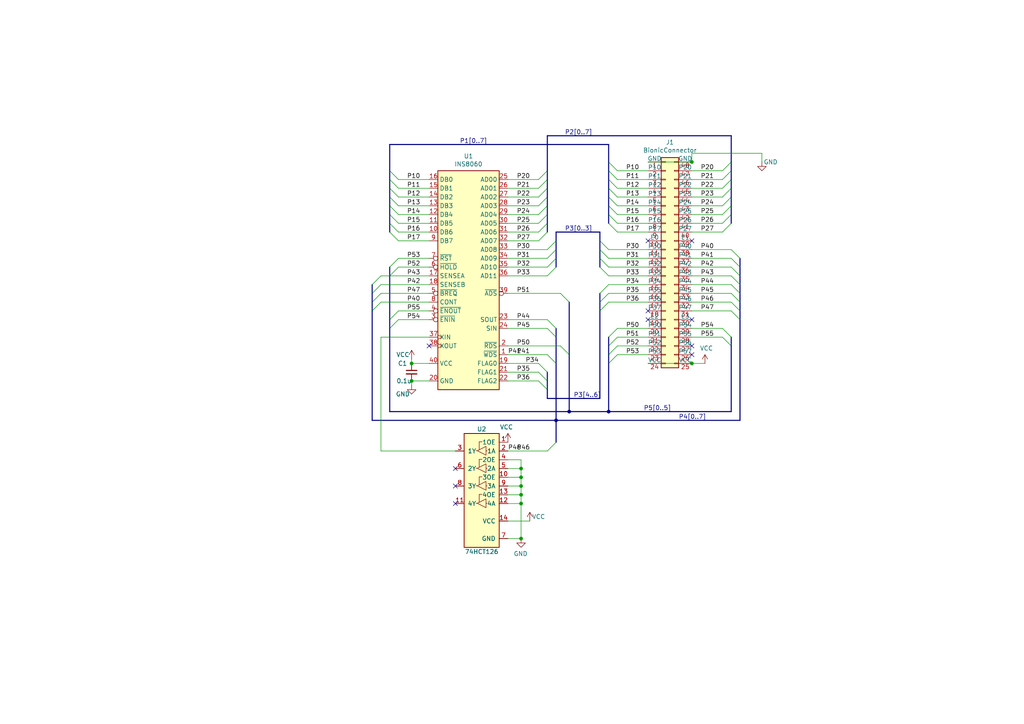
<source format=kicad_sch>
(kicad_sch (version 20211123) (generator eeschema)
  (paper "A4")
  (title_block (title "BionicINS8060 Mezzanine") (date "2022-01-18") (rev "3") (company "Tadashi G. Takaoka"))
  (lib_symbols
    (symbol "0-LocalLibrary:74HCT126" (pin_names (offset 1.016))
      (property "Reference" "U" (at 0 16.51 0))
      (property "Value" "74HCT126" (at 0 -19.05 0))
      (symbol "74HCT126_0_1"
        (polyline (pts (xy -1.2954 10.2108) (xy -1.6002 10.2108)))
        (polyline (pts (xy 1.2954 10.2362) (xy 1.651 10.2362)))
        (polyline (pts (xy 0.7112 10.5664) (xy 0.7112 12.827) (xy -0.127 12.827) (xy -0.1016 12.827)))
      )
      (symbol "74HCT126_1_0"
        (polyline (pts (xy 1.27 10.2362) (xy -1.27 11.5062) (xy -1.27 8.9662) (xy 1.27 10.2362)) (stroke (width 0.1524)))
        (pin input line (at -7.62 12.7 0) (length 2.54) (name "1OE") (number "1"))
        (pin input line (at -7.62 2.54 0) (length 2.54) (name "3OE") (number "10"))
        (pin tri_state line (at 7.62 -5.08 180) (length 2.54) (name "4Y") (number "11"))
        (pin input line (at -7.62 -5.08 0) (length 2.54) (name "4A") (number "12"))
        (pin input line (at -7.62 -2.54 0) (length 2.54) (name "4OE") (number "13"))
        (pin power_in line (at -7.62 -10.16 0) (length 2.54) (name "VCC") (number "14"))
        (pin input line (at -7.62 10.16 0) (length 2.54) (name "1A") (number "2"))
        (pin tri_state line (at 7.62 10.16 180) (length 2.54) (name "1Y") (number "3"))
        (pin input line (at -7.62 7.62 0) (length 2.54) (name "2OE") (number "4"))
        (pin input line (at -7.62 5.08 0) (length 2.54) (name "2A") (number "5"))
        (pin tri_state line (at 7.62 5.08 180) (length 2.54) (name "2Y") (number "6"))
        (pin power_in line (at -7.62 -15.24 0) (length 2.54) (name "GND") (number "7"))
        (pin tri_state line (at 7.62 0 180) (length 2.54) (name "3Y") (number "8"))
        (pin input line (at -7.62 0 0) (length 2.54) (name "3A") (number "9"))
      )
      (symbol "74HCT126_1_1"
        (rectangle (start -5.08 15.24) (end 5.08 -17.78) (stroke (width 0.254)) (fill (type background)))
        (polyline (pts (xy -1.2954 -5.0292) (xy -1.6002 -5.0292)))
        (polyline (pts (xy -1.2954 0.0508) (xy -1.6002 0.0508)))
        (polyline (pts (xy -1.2954 5.1308) (xy -1.6002 5.1308)))
        (polyline (pts (xy 1.2954 -5.0038) (xy 1.651 -5.0038)))
        (polyline (pts (xy 1.2954 0.0762) (xy 1.651 0.0762)))
        (polyline (pts (xy 1.2954 5.1562) (xy 1.651 5.1562)))
        (polyline (pts (xy 0.7112 -4.6736) (xy 0.7112 -2.413) (xy -0.127 -2.413) (xy -0.1016 -2.413)))
        (polyline (pts (xy 0.7112 0.4064) (xy 0.7112 2.667) (xy -0.127 2.667) (xy -0.1016 2.667)))
        (polyline (pts (xy 0.7112 5.4864) (xy 0.7112 7.747) (xy -0.127 7.747) (xy -0.1016 7.747)))
        (polyline (pts (xy 1.27 -5.0038) (xy -1.27 -3.7338) (xy -1.27 -6.2738) (xy 1.27 -5.0038)) (stroke (width 0.1524)))
        (polyline (pts (xy 1.27 0.0762) (xy -1.27 1.3462) (xy -1.27 -1.1938) (xy 1.27 0.0762)) (stroke (width 0.1524)))
        (polyline (pts (xy 1.27 5.1562) (xy -1.27 6.4262) (xy -1.27 3.8862) (xy 1.27 5.1562)) (stroke (width 0.1524)))
      )
    )
    (symbol "0-LocalLibrary:BionicConnector" (pin_names (offset 0))
      (property "Reference" "J" (at 1.27 30.48 0))
      (property "Value" "BionicConnector" (at 3.81 33.02 0))
      (symbol "BionicConnector_1_1"
        (rectangle (start -1.27 -30.353) (end 0 -30.607) (stroke (width 0.1524)))
        (rectangle (start -1.27 -27.813) (end 0 -28.067) (stroke (width 0.1524)))
        (rectangle (start -1.27 -25.273) (end 0 -25.527) (stroke (width 0.1524)))
        (rectangle (start -1.27 -22.733) (end 0 -22.987) (stroke (width 0.1524)))
        (rectangle (start -1.27 -20.193) (end 0 -20.447) (stroke (width 0.1524)))
        (rectangle (start -1.27 -17.653) (end 0 -17.907) (stroke (width 0.1524)))
        (rectangle (start -1.27 -15.113) (end 0 -15.367) (stroke (width 0.1524)))
        (rectangle (start -1.27 -12.573) (end 0 -12.827) (stroke (width 0.1524)))
        (rectangle (start -1.27 -10.033) (end 0 -10.287) (stroke (width 0.1524)))
        (rectangle (start -1.27 -7.493) (end 0 -7.747) (stroke (width 0.1524)))
        (rectangle (start -1.27 -4.953) (end 0 -5.207) (stroke (width 0.1524)))
        (rectangle (start -1.27 -2.413) (end 0 -2.667) (stroke (width 0.1524)))
        (rectangle (start -1.27 0.127) (end 0 -0.127) (stroke (width 0.1524)))
        (rectangle (start -1.27 2.667) (end 0 2.413) (stroke (width 0.1524)))
        (rectangle (start -1.27 5.207) (end 0 4.953) (stroke (width 0.1524)))
        (rectangle (start -1.27 7.747) (end 0 7.493) (stroke (width 0.1524)))
        (rectangle (start -1.27 10.287) (end 0 10.033) (stroke (width 0.1524)))
        (rectangle (start -1.27 12.827) (end 0 12.573) (stroke (width 0.1524)))
        (rectangle (start -1.27 15.367) (end 0 15.113) (stroke (width 0.1524)))
        (rectangle (start -1.27 17.907) (end 0 17.653) (stroke (width 0.1524)))
        (rectangle (start -1.27 20.447) (end 0 20.193) (stroke (width 0.1524)))
        (rectangle (start -1.27 22.987) (end 0 22.733) (stroke (width 0.1524)))
        (rectangle (start -1.27 25.527) (end 0 25.273) (stroke (width 0.1524)))
        (rectangle (start -1.27 28.067) (end 0 27.813) (stroke (width 0.1524)))
        (rectangle (start -1.27 29.21) (end 3.81 -31.75) (stroke (width 0.254)) (fill (type background)))
        (rectangle (start 3.81 -30.353) (end 2.54 -30.607) (stroke (width 0.1524)))
        (rectangle (start 3.81 -27.813) (end 2.54 -28.067) (stroke (width 0.1524)))
        (rectangle (start 3.81 -25.273) (end 2.54 -25.527) (stroke (width 0.1524)))
        (rectangle (start 3.81 -22.733) (end 2.54 -22.987) (stroke (width 0.1524)))
        (rectangle (start 3.81 -20.193) (end 2.54 -20.447) (stroke (width 0.1524)))
        (rectangle (start 3.81 -17.653) (end 2.54 -17.907) (stroke (width 0.1524)))
        (rectangle (start 3.81 -15.113) (end 2.54 -15.367) (stroke (width 0.1524)))
        (rectangle (start 3.81 -12.573) (end 2.54 -12.827) (stroke (width 0.1524)))
        (rectangle (start 3.81 -10.033) (end 2.54 -10.287) (stroke (width 0.1524)))
        (rectangle (start 3.81 -7.493) (end 2.54 -7.747) (stroke (width 0.1524)))
        (rectangle (start 3.81 -4.953) (end 2.54 -5.207) (stroke (width 0.1524)))
        (rectangle (start 3.81 -2.413) (end 2.54 -2.667) (stroke (width 0.1524)))
        (rectangle (start 3.81 0.127) (end 2.54 -0.127) (stroke (width 0.1524)))
        (rectangle (start 3.81 2.667) (end 2.54 2.413) (stroke (width 0.1524)))
        (rectangle (start 3.81 5.207) (end 2.54 4.953) (stroke (width 0.1524)))
        (rectangle (start 3.81 7.747) (end 2.54 7.493) (stroke (width 0.1524)))
        (rectangle (start 3.81 10.287) (end 2.54 10.033) (stroke (width 0.1524)))
        (rectangle (start 3.81 12.827) (end 2.54 12.573) (stroke (width 0.1524)))
        (rectangle (start 3.81 15.367) (end 2.54 15.113) (stroke (width 0.1524)))
        (rectangle (start 3.81 17.907) (end 2.54 17.653) (stroke (width 0.1524)))
        (rectangle (start 3.81 20.447) (end 2.54 20.193) (stroke (width 0.1524)))
        (rectangle (start 3.81 22.987) (end 2.54 22.733) (stroke (width 0.1524)))
        (rectangle (start 3.81 25.527) (end 2.54 25.273) (stroke (width 0.1524)))
        (rectangle (start 3.81 28.067) (end 2.54 27.813) (stroke (width 0.1524)))
        (pin power_out line (at -5.08 27.94 0) (length 3.81) (name "GND") (number "1"))
        (pin bidirectional line (at -5.08 5.08 0) (length 3.81) (name "E0") (number "10"))
        (pin bidirectional line (at -5.08 2.54 0) (length 3.81) (name "P30") (number "11"))
        (pin bidirectional line (at -5.08 0 0) (length 3.81) (name "P31") (number "12"))
        (pin bidirectional line (at -5.08 -2.54 0) (length 3.81) (name "P32") (number "13"))
        (pin bidirectional line (at -5.08 -5.08 0) (length 3.81) (name "P33") (number "14"))
        (pin bidirectional line (at -5.08 -7.62 0) (length 3.81) (name "P34") (number "15"))
        (pin bidirectional line (at -5.08 -10.16 0) (length 3.81) (name "P35") (number "16"))
        (pin bidirectional line (at -5.08 -12.7 0) (length 3.81) (name "P36") (number "17"))
        (pin bidirectional line (at -5.08 -15.24 0) (length 3.81) (name "P37") (number "18"))
        (pin bidirectional line (at -5.08 -17.78 0) (length 3.81) (name "E2") (number "19"))
        (pin bidirectional line (at -5.08 25.4 0) (length 3.81) (name "P10") (number "2"))
        (pin bidirectional line (at -5.08 -20.32 0) (length 3.81) (name "P50") (number "20"))
        (pin bidirectional line (at -5.08 -22.86 0) (length 3.81) (name "P51") (number "21"))
        (pin bidirectional line (at -5.08 -25.4 0) (length 3.81) (name "P52") (number "22"))
        (pin bidirectional line (at -5.08 -27.94 0) (length 3.81) (name "P53") (number "23"))
        (pin power_out line (at -5.08 -30.48 0) (length 3.81) (name "VCC") (number "24"))
        (pin power_in line (at 7.62 -30.48 180) (length 3.81) (name "VCC") (number "25"))
        (pin bidirectional line (at 7.62 -27.94 180) (length 3.81) (name "P57") (number "26"))
        (pin bidirectional line (at 7.62 -25.4 180) (length 3.81) (name "P56") (number "27"))
        (pin bidirectional line (at 7.62 -22.86 180) (length 3.81) (name "P55") (number "28"))
        (pin bidirectional line (at 7.62 -20.32 180) (length 3.81) (name "P54") (number "29"))
        (pin bidirectional line (at -5.08 22.86 0) (length 3.81) (name "P11") (number "3"))
        (pin bidirectional line (at 7.62 -17.78 180) (length 3.81) (name "E3") (number "30"))
        (pin bidirectional line (at 7.62 -15.24 180) (length 3.81) (name "P47") (number "31"))
        (pin bidirectional line (at 7.62 -12.7 180) (length 3.81) (name "P46") (number "32"))
        (pin bidirectional line (at 7.62 -10.16 180) (length 3.81) (name "P45") (number "33"))
        (pin bidirectional line (at 7.62 -7.62 180) (length 3.81) (name "P44") (number "34"))
        (pin bidirectional line (at 7.62 -5.08 180) (length 3.81) (name "P43") (number "35"))
        (pin bidirectional line (at 7.62 -2.54 180) (length 3.81) (name "P42") (number "36"))
        (pin bidirectional line (at 7.62 0 180) (length 3.81) (name "P41") (number "37"))
        (pin bidirectional line (at 7.62 2.54 180) (length 3.81) (name "P40") (number "38"))
        (pin bidirectional line (at 7.62 5.08 180) (length 3.81) (name "E1") (number "39"))
        (pin bidirectional line (at -5.08 20.32 0) (length 3.81) (name "P12") (number "4"))
        (pin bidirectional line (at 7.62 7.62 180) (length 3.81) (name "P27") (number "40"))
        (pin bidirectional line (at 7.62 10.16 180) (length 3.81) (name "P26") (number "41"))
        (pin bidirectional line (at 7.62 12.7 180) (length 3.81) (name "P25") (number "42"))
        (pin bidirectional line (at 7.62 15.24 180) (length 3.81) (name "P24") (number "43"))
        (pin bidirectional line (at 7.62 17.78 180) (length 3.81) (name "P23") (number "44"))
        (pin bidirectional line (at 7.62 20.32 180) (length 3.81) (name "P22") (number "45"))
        (pin bidirectional line (at 7.62 22.86 180) (length 3.81) (name "P21") (number "46"))
        (pin bidirectional line (at 7.62 25.4 180) (length 3.81) (name "P20") (number "47"))
        (pin power_in line (at 7.62 27.94 180) (length 3.81) (name "GND") (number "48"))
        (pin bidirectional line (at -5.08 17.78 0) (length 3.81) (name "P13") (number "5"))
        (pin bidirectional line (at -5.08 15.24 0) (length 3.81) (name "P14") (number "6"))
        (pin bidirectional line (at -5.08 12.7 0) (length 3.81) (name "P15") (number "7"))
        (pin bidirectional line (at -5.08 10.16 0) (length 3.81) (name "P16") (number "8"))
        (pin bidirectional line (at -5.08 7.62 0) (length 3.81) (name "P17") (number "9"))
      )
    )
    (symbol "0-LocalLibrary:INS8060"
      (property "Reference" "U" (at -1.27 31.75 0))
      (property "Value" "INS8060" (at 0 -3.81 90))
      (symbol "INS8060_0_1"
        (rectangle (start -8.89 -33.02) (end 8.89 30.48) (stroke (width 0.254)) (fill (type background)))
      )
      (symbol "INS8060_1_1"
        (pin output line (at 11.43 -22.86 180) (length 2.54) (name "~{WDS}") (number "1"))
        (pin bidirectional line (at -11.43 12.7 0) (length 2.54) (name "DB6") (number "10"))
        (pin bidirectional line (at -11.43 15.24 0) (length 2.54) (name "DB5") (number "11"))
        (pin bidirectional line (at -11.43 17.78 0) (length 2.54) (name "DB4") (number "12"))
        (pin bidirectional line (at -11.43 20.32 0) (length 2.54) (name "DB3") (number "13"))
        (pin bidirectional line (at -11.43 22.86 0) (length 2.54) (name "DB2") (number "14"))
        (pin bidirectional line (at -11.43 25.4 0) (length 2.54) (name "DB1") (number "15"))
        (pin bidirectional line (at -11.43 27.94 0) (length 2.54) (name "DB0") (number "16"))
        (pin input line (at -11.43 0 0) (length 2.54) (name "SENSEA") (number "17"))
        (pin input line (at -11.43 -2.54 0) (length 2.54) (name "SENSEB") (number "18"))
        (pin output line (at 11.43 -25.4 180) (length 2.54) (name "FLAG0") (number "19"))
        (pin output line (at 11.43 -20.32 180) (length 2.54) (name "~{RDS}") (number "2"))
        (pin power_in line (at -11.43 -30.48 0) (length 2.54) (name "GND") (number "20"))
        (pin output line (at 11.43 -27.94 180) (length 2.54) (name "FLAG1") (number "21"))
        (pin output line (at 11.43 -30.48 180) (length 2.54) (name "FLAG2") (number "22"))
        (pin output line (at 11.43 -12.7 180) (length 2.54) (name "SOUT") (number "23"))
        (pin input line (at 11.43 -15.24 180) (length 2.54) (name "SIN") (number "24"))
        (pin output line (at 11.43 27.94 180) (length 2.54) (name "AD00") (number "25"))
        (pin output line (at 11.43 25.4 180) (length 2.54) (name "AD01") (number "26"))
        (pin output line (at 11.43 22.86 180) (length 2.54) (name "AD02") (number "27"))
        (pin output line (at 11.43 20.32 180) (length 2.54) (name "AD03") (number "28"))
        (pin output line (at 11.43 17.78 180) (length 2.54) (name "AD04") (number "29"))
        (pin input inverted (at -11.43 -12.7 0) (length 2.54) (name "~{ENIN}") (number "3"))
        (pin output line (at 11.43 15.24 180) (length 2.54) (name "AD05") (number "30"))
        (pin output line (at 11.43 12.7 180) (length 2.54) (name "AD06") (number "31"))
        (pin output line (at 11.43 10.16 180) (length 2.54) (name "AD07") (number "32"))
        (pin output line (at 11.43 7.62 180) (length 2.54) (name "AD08") (number "33"))
        (pin output line (at 11.43 5.08 180) (length 2.54) (name "AD09") (number "34"))
        (pin output line (at 11.43 2.54 180) (length 2.54) (name "AD10") (number "35"))
        (pin output line (at 11.43 0 180) (length 2.54) (name "AD11") (number "36"))
        (pin input clock (at -11.43 -17.78 0) (length 2.54) (name "XIN") (number "37"))
        (pin output clock (at -11.43 -20.32 0) (length 2.54) (name "XOUT") (number "38"))
        (pin output inverted (at 11.43 -5.08 180) (length 2.54) (name "~{ADS}") (number "39"))
        (pin output inverted (at -11.43 -10.16 0) (length 2.54) (name "~{ENOUT}") (number "4"))
        (pin power_in line (at -11.43 -25.4 0) (length 2.54) (name "VCC") (number "40"))
        (pin input inverted (at -11.43 -5.08 0) (length 2.54) (name "~{BREQ}") (number "5"))
        (pin input inverted (at -11.43 2.54 0) (length 2.54) (name "~{HOLD}") (number "6"))
        (pin input inverted (at -11.43 5.08 0) (length 2.54) (name "~{RST}") (number "7"))
        (pin input line (at -11.43 -7.62 0) (length 2.54) (name "CONT") (number "8"))
        (pin bidirectional line (at -11.43 10.16 0) (length 2.54) (name "DB7") (number "9"))
      )
    )
    (symbol "Device:C_Small" (pin_numbers hide) (pin_names (offset 0.254) hide)
      (property "Reference" "C" (at 0.254 1.778 0))
      (property "Value" "C_Small" (at 0.254 -2.032 0))
      (symbol "C_Small_0_1"
        (polyline (pts (xy -1.524 -0.508) (xy 1.524 -0.508)) (stroke (width 0.3302)))
        (polyline (pts (xy -1.524 0.508) (xy 1.524 0.508)) (stroke (width 0.3048)))
      )
      (symbol "C_Small_1_1"
        (pin passive line (at 0 2.54 270) (length 2.032) (name "~") (number "1"))
        (pin passive line (at 0 -2.54 90) (length 2.032) (name "~") (number "2"))
      )
    )
    (symbol "power:GND" (power) (pin_names (offset 0))
      (property "Value" "GND" (at 0 -3.81 0))
      (symbol "GND_0_1"
        (polyline (pts (xy 0 0) (xy 0 -1.27) (xy 1.27 -1.27) (xy 0 -2.54) (xy -1.27 -1.27) (xy 0 -1.27)))
      )
      (symbol "GND_1_1"
        (pin power_in line (at 0 0 270) (length 0) hide (name "GND") (number "1"))
      )
    )
    (symbol "power:VCC" (power) (pin_names (offset 0))
      (property "Value" "VCC" (at 0 3.81 0))
      (symbol "VCC_0_1"
        (polyline (pts (xy -0.762 1.27) (xy 0 2.54)))
        (polyline (pts (xy 0 0) (xy 0 2.54)))
        (polyline (pts (xy 0 2.54) (xy 0.762 1.27)))
      )
      (symbol "VCC_1_1"
        (pin power_in line (at 0 0 90) (length 0) hide (name "VCC") (number "1"))
      )
    )
  )
  (junction (at 176.53 119.38))
  (junction (at 119.38 110.49))
  (junction (at 151.13 156.21))
  (junction (at 151.13 135.89))
  (junction (at 119.38 105.41))
  (junction (at 151.13 146.05))
  (junction (at 151.13 138.43))
  (junction (at 200.66 105.41))
  (junction (at 151.13 140.97))
  (junction (at 161.29 121.92))
  (junction (at 151.13 143.51))
  (junction (at 200.66 46.99))
  (junction (at 165.1 119.38))
  (no_connect (at 200.66 92.71))
  (no_connect (at 132.08 146.05))
  (no_connect (at 124.46 100.33))
  (no_connect (at 187.96 69.85))
  (no_connect (at 187.96 90.17))
  (no_connect (at 200.66 69.85))
  (no_connect (at 132.08 140.97))
  (no_connect (at 187.96 92.71))
  (no_connect (at 132.08 135.89))
  (no_connect (at 200.66 102.87))
  (no_connect (at 200.66 100.33))
  (bus_entry (at 176.53 100.33) (size 2.54 -2.54))
  (bus_entry (at 179.07 52.07) (size -2.54 -2.54))
  (bus_entry (at 209.55 97.79) (size 2.54 2.54))
  (bus_entry (at 212.09 49.53) (size -2.54 2.54))
  (bus_entry (at 212.09 54.61) (size -2.54 2.54))
  (bus_entry (at 113.03 80.01) (size 2.54 -2.54))
  (bus_entry (at 173.99 69.85) (size 2.54 2.54))
  (bus_entry (at 113.03 59.69) (size 2.54 2.54))
  (bus_entry (at 158.75 62.23) (size -2.54 2.54))
  (bus_entry (at 107.95 85.09) (size 2.54 -2.54))
  (bus_entry (at 179.07 49.53) (size -2.54 -2.54))
  (bus_entry (at 158.75 64.77) (size -2.54 2.54))
  (bus_entry (at 179.07 64.77) (size -2.54 -2.54))
  (bus_entry (at 113.03 62.23) (size 2.54 2.54))
  (bus_entry (at 158.75 49.53) (size -2.54 2.54))
  (bus_entry (at 156.21 105.41) (size 2.54 2.54))
  (bus_entry (at 179.07 54.61) (size -2.54 -2.54))
  (bus_entry (at 212.09 72.39) (size 2.54 2.54))
  (bus_entry (at 173.99 90.17) (size 2.54 -2.54))
  (bus_entry (at 113.03 67.31) (size 2.54 2.54))
  (bus_entry (at 113.03 77.47) (size 2.54 -2.54))
  (bus_entry (at 158.75 52.07) (size -2.54 2.54))
  (bus_entry (at 173.99 77.47) (size 2.54 2.54))
  (bus_entry (at 165.1 102.87) (size -2.54 -2.54))
  (bus_entry (at 212.09 80.01) (size 2.54 2.54))
  (bus_entry (at 173.99 72.39) (size 2.54 2.54))
  (bus_entry (at 173.99 85.09) (size 2.54 -2.54))
  (bus_entry (at 161.29 95.25) (size -2.54 -2.54))
  (bus_entry (at 212.09 82.55) (size 2.54 2.54))
  (bus_entry (at 158.75 57.15) (size -2.54 2.54))
  (bus_entry (at 165.1 87.63) (size -2.54 -2.54))
  (bus_entry (at 161.29 128.27) (size -2.54 2.54))
  (bus_entry (at 161.29 105.41) (size -2.54 -2.54))
  (bus_entry (at 176.53 97.79) (size 2.54 -2.54))
  (bus_entry (at 209.55 95.25) (size 2.54 2.54))
  (bus_entry (at 212.09 52.07) (size -2.54 2.54))
  (bus_entry (at 212.09 59.69) (size -2.54 2.54))
  (bus_entry (at 107.95 82.55) (size 2.54 -2.54))
  (bus_entry (at 113.03 95.25) (size 2.54 -2.54))
  (bus_entry (at 179.07 102.87) (size -2.54 2.54))
  (bus_entry (at 113.03 57.15) (size 2.54 2.54))
  (bus_entry (at 156.21 107.95) (size 2.54 2.54))
  (bus_entry (at 212.09 64.77) (size -2.54 2.54))
  (bus_entry (at 107.95 90.17) (size 2.54 -2.54))
  (bus_entry (at 156.21 110.49) (size 2.54 2.54))
  (bus_entry (at 161.29 69.85) (size -2.54 2.54))
  (bus_entry (at 158.75 54.61) (size -2.54 2.54))
  (bus_entry (at 179.07 57.15) (size -2.54 -2.54))
  (bus_entry (at 179.07 62.23) (size -2.54 -2.54))
  (bus_entry (at 212.09 62.23) (size -2.54 2.54))
  (bus_entry (at 113.03 52.07) (size 2.54 2.54))
  (bus_entry (at 113.03 64.77) (size 2.54 2.54))
  (bus_entry (at 113.03 49.53) (size 2.54 2.54))
  (bus_entry (at 212.09 57.15) (size -2.54 2.54))
  (bus_entry (at 158.75 67.31) (size -2.54 2.54))
  (bus_entry (at 212.09 85.09) (size 2.54 2.54))
  (bus_entry (at 173.99 87.63) (size 2.54 -2.54))
  (bus_entry (at 179.07 67.31) (size -2.54 -2.54))
  (bus_entry (at 212.09 87.63) (size 2.54 2.54))
  (bus_entry (at 161.29 72.39) (size -2.54 2.54))
  (bus_entry (at 158.75 59.69) (size -2.54 2.54))
  (bus_entry (at 179.07 59.69) (size -2.54 -2.54))
  (bus_entry (at 161.29 77.47) (size -2.54 2.54))
  (bus_entry (at 113.03 92.71) (size 2.54 -2.54))
  (bus_entry (at 212.09 74.93) (size 2.54 2.54))
  (bus_entry (at 161.29 97.79) (size -2.54 -2.54))
  (bus_entry (at 212.09 46.99) (size -2.54 2.54))
  (bus_entry (at 107.95 87.63) (size 2.54 -2.54))
  (bus_entry (at 113.03 54.61) (size 2.54 2.54))
  (bus_entry (at 212.09 77.47) (size 2.54 2.54))
  (bus_entry (at 176.53 102.87) (size 2.54 -2.54))
  (bus_entry (at 173.99 74.93) (size 2.54 2.54))
  (bus_entry (at 161.29 74.93) (size -2.54 2.54))
  (bus_entry (at 212.09 90.17) (size 2.54 2.54))
  (bus (pts (xy 107.95 87.63) (xy 107.95 90.17)))
  (wire (pts (xy 151.13 143.51) (xy 147.32 143.51)))
  (bus (pts (xy 212.09 54.61) (xy 212.09 57.15)))
  (bus (pts (xy 113.03 119.38) (xy 165.1 119.38)))
  (wire (pts (xy 147.32 95.25) (xy 158.75 95.25)))
  (wire (pts (xy 147.32 64.77) (xy 156.21 64.77)))
  (wire (pts (xy 110.49 97.79) (xy 124.46 97.79)))
  (bus (pts (xy 161.29 69.85) (xy 161.29 67.31)))
  (bus (pts (xy 158.75 59.69) (xy 158.75 62.23)))
  (bus (pts (xy 214.63 74.93) (xy 214.63 77.47)))
  (bus (pts (xy 113.03 41.91) (xy 113.03 49.53)))
  (bus (pts (xy 214.63 85.09) (xy 214.63 87.63)))
  (wire (pts (xy 147.32 69.85) (xy 156.21 69.85)))
  (bus (pts (xy 214.63 121.92) (xy 161.29 121.92)))
  (wire (pts (xy 151.13 133.35) (xy 151.13 135.89)))
  (wire (pts (xy 147.32 135.89) (xy 151.13 135.89)))
  (bus (pts (xy 158.75 62.23) (xy 158.75 64.77)))
  (wire (pts (xy 200.66 52.07) (xy 209.55 52.07)))
  (bus (pts (xy 161.29 67.31) (xy 173.99 67.31)))
  (bus (pts (xy 173.99 69.85) (xy 173.99 72.39)))
  (wire (pts (xy 187.96 54.61) (xy 179.07 54.61)))
  (bus (pts (xy 158.75 52.07) (xy 158.75 54.61)))
  (wire (pts (xy 187.96 57.15) (xy 179.07 57.15)))
  (wire (pts (xy 115.57 69.85) (xy 124.46 69.85)))
  (wire (pts (xy 151.13 143.51) (xy 151.13 146.05)))
  (bus (pts (xy 173.99 72.39) (xy 173.99 74.93)))
  (wire (pts (xy 200.66 44.45) (xy 200.66 46.99)))
  (bus (pts (xy 113.03 59.69) (xy 113.03 62.23)))
  (wire (pts (xy 220.98 44.45) (xy 220.98 46.99)))
  (wire (pts (xy 187.96 46.99) (xy 200.66 46.99)))
  (wire (pts (xy 132.08 130.81) (xy 110.49 130.81)))
  (wire (pts (xy 147.32 52.07) (xy 156.21 52.07)))
  (wire (pts (xy 200.66 85.09) (xy 212.09 85.09)))
  (bus (pts (xy 158.75 54.61) (xy 158.75 57.15)))
  (wire (pts (xy 115.57 62.23) (xy 124.46 62.23)))
  (bus (pts (xy 176.53 49.53) (xy 176.53 52.07)))
  (wire (pts (xy 151.13 156.21) (xy 147.32 156.21)))
  (wire (pts (xy 115.57 90.17) (xy 124.46 90.17)))
  (wire (pts (xy 147.32 133.35) (xy 151.13 133.35)))
  (wire (pts (xy 110.49 80.01) (xy 113.03 80.01)))
  (wire (pts (xy 110.49 82.55) (xy 124.46 82.55)))
  (wire (pts (xy 147.32 67.31) (xy 156.21 67.31)))
  (wire (pts (xy 200.66 82.55) (xy 212.09 82.55)))
  (bus (pts (xy 113.03 77.47) (xy 113.03 80.01)))
  (wire (pts (xy 147.32 85.09) (xy 162.56 85.09)))
  (wire (pts (xy 119.38 110.49) (xy 124.46 110.49)))
  (bus (pts (xy 113.03 95.25) (xy 113.03 119.38)))
  (wire (pts (xy 200.66 67.31) (xy 209.55 67.31)))
  (bus (pts (xy 214.63 82.55) (xy 214.63 85.09)))
  (bus (pts (xy 176.53 46.99) (xy 176.53 49.53)))
  (bus (pts (xy 161.29 97.79) (xy 161.29 105.41)))
  (wire (pts (xy 119.38 105.41) (xy 119.38 104.14)))
  (wire (pts (xy 200.66 59.69) (xy 209.55 59.69)))
  (bus (pts (xy 176.53 119.38) (xy 212.09 119.38)))
  (wire (pts (xy 147.32 140.97) (xy 151.13 140.97)))
  (wire (pts (xy 110.49 85.09) (xy 124.46 85.09)))
  (bus (pts (xy 113.03 41.91) (xy 176.53 41.91)))
  (wire (pts (xy 147.32 102.87) (xy 158.75 102.87)))
  (wire (pts (xy 200.66 44.45) (xy 220.98 44.45)))
  (wire (pts (xy 187.96 95.25) (xy 179.07 95.25)))
  (bus (pts (xy 176.53 41.91) (xy 176.53 46.99)))
  (wire (pts (xy 187.96 62.23) (xy 179.07 62.23)))
  (bus (pts (xy 113.03 64.77) (xy 113.03 67.31)))
  (bus (pts (xy 212.09 52.07) (xy 212.09 54.61)))
  (bus (pts (xy 113.03 92.71) (xy 113.03 95.25)))
  (bus (pts (xy 113.03 54.61) (xy 113.03 57.15)))
  (wire (pts (xy 187.96 64.77) (xy 179.07 64.77)))
  (bus (pts (xy 176.53 97.79) (xy 176.53 100.33)))
  (bus (pts (xy 161.29 72.39) (xy 161.29 69.85)))
  (bus (pts (xy 214.63 87.63) (xy 214.63 90.17)))
  (bus (pts (xy 158.75 113.03) (xy 158.75 115.57)))
  (wire (pts (xy 110.49 87.63) (xy 124.46 87.63)))
  (bus (pts (xy 214.63 92.71) (xy 214.63 121.92)))
  (wire (pts (xy 187.96 85.09) (xy 176.53 85.09)))
  (bus (pts (xy 158.75 64.77) (xy 158.75 67.31)))
  (wire (pts (xy 187.96 100.33) (xy 179.07 100.33)))
  (bus (pts (xy 212.09 57.15) (xy 212.09 59.69)))
  (wire (pts (xy 151.13 138.43) (xy 147.32 138.43)))
  (bus (pts (xy 161.29 74.93) (xy 161.29 72.39)))
  (wire (pts (xy 200.66 64.77) (xy 209.55 64.77)))
  (bus (pts (xy 176.53 100.33) (xy 176.53 102.87)))
  (wire (pts (xy 187.96 87.63) (xy 176.53 87.63)))
  (bus (pts (xy 158.75 110.49) (xy 158.75 113.03)))
  (bus (pts (xy 212.09 100.33) (xy 212.09 119.38)))
  (wire (pts (xy 200.66 80.01) (xy 212.09 80.01)))
  (wire (pts (xy 147.32 100.33) (xy 162.56 100.33)))
  (bus (pts (xy 161.29 121.92) (xy 161.29 128.27)))
  (wire (pts (xy 147.32 130.81) (xy 158.75 130.81)))
  (bus (pts (xy 212.09 59.69) (xy 212.09 62.23)))
  (wire (pts (xy 200.66 105.41) (xy 204.47 105.41)))
  (wire (pts (xy 151.13 140.97) (xy 151.13 143.51)))
  (wire (pts (xy 119.38 111.76) (xy 119.38 110.49)))
  (wire (pts (xy 176.53 80.01) (xy 187.96 80.01)))
  (bus (pts (xy 165.1 119.38) (xy 176.53 119.38)))
  (wire (pts (xy 179.07 102.87) (xy 187.96 102.87)))
  (wire (pts (xy 200.66 62.23) (xy 209.55 62.23)))
  (wire (pts (xy 200.66 74.93) (xy 212.09 74.93)))
  (wire (pts (xy 151.13 138.43) (xy 151.13 140.97)))
  (wire (pts (xy 200.66 97.79) (xy 209.55 97.79)))
  (bus (pts (xy 173.99 90.17) (xy 173.99 115.57)))
  (bus (pts (xy 173.99 85.09) (xy 173.99 87.63)))
  (bus (pts (xy 158.75 57.15) (xy 158.75 59.69)))
  (wire (pts (xy 115.57 77.47) (xy 124.46 77.47)))
  (wire (pts (xy 151.13 135.89) (xy 151.13 138.43)))
  (bus (pts (xy 161.29 121.92) (xy 107.95 121.92)))
  (bus (pts (xy 176.53 102.87) (xy 176.53 105.41)))
  (bus (pts (xy 212.09 39.37) (xy 212.09 46.99)))
  (wire (pts (xy 147.32 105.41) (xy 156.21 105.41)))
  (wire (pts (xy 187.96 52.07) (xy 179.07 52.07)))
  (bus (pts (xy 161.29 95.25) (xy 161.29 97.79)))
  (wire (pts (xy 187.96 67.31) (xy 179.07 67.31)))
  (bus (pts (xy 113.03 57.15) (xy 113.03 59.69)))
  (wire (pts (xy 115.57 74.93) (xy 124.46 74.93)))
  (wire (pts (xy 147.32 151.13) (xy 153.67 151.13)))
  (wire (pts (xy 119.38 105.41) (xy 124.46 105.41)))
  (wire (pts (xy 147.32 146.05) (xy 151.13 146.05)))
  (wire (pts (xy 147.32 77.47) (xy 158.75 77.47)))
  (wire (pts (xy 147.32 54.61) (xy 156.21 54.61)))
  (wire (pts (xy 147.32 59.69) (xy 156.21 59.69)))
  (bus (pts (xy 176.53 54.61) (xy 176.53 57.15)))
  (bus (pts (xy 176.53 52.07) (xy 176.53 54.61)))
  (bus (pts (xy 173.99 87.63) (xy 173.99 90.17)))
  (wire (pts (xy 176.53 72.39) (xy 187.96 72.39)))
  (wire (pts (xy 115.57 67.31) (xy 124.46 67.31)))
  (bus (pts (xy 107.95 90.17) (xy 107.95 121.92)))
  (wire (pts (xy 200.66 90.17) (xy 212.09 90.17)))
  (bus (pts (xy 173.99 115.57) (xy 158.75 115.57)))
  (bus (pts (xy 161.29 105.41) (xy 161.29 121.92)))
  (wire (pts (xy 147.32 80.01) (xy 158.75 80.01)))
  (wire (pts (xy 147.32 57.15) (xy 156.21 57.15)))
  (bus (pts (xy 173.99 74.93) (xy 173.99 77.47)))
  (wire (pts (xy 147.32 107.95) (xy 156.21 107.95)))
  (wire (pts (xy 147.32 110.49) (xy 156.21 110.49)))
  (bus (pts (xy 161.29 77.47) (xy 161.29 74.93)))
  (bus (pts (xy 212.09 62.23) (xy 212.09 64.77)))
  (bus (pts (xy 176.53 105.41) (xy 176.53 119.38)))
  (wire (pts (xy 200.66 87.63) (xy 212.09 87.63)))
  (wire (pts (xy 151.13 146.05) (xy 151.13 156.21)))
  (wire (pts (xy 187.96 97.79) (xy 179.07 97.79)))
  (wire (pts (xy 115.57 64.77) (xy 124.46 64.77)))
  (bus (pts (xy 176.53 57.15) (xy 176.53 59.69)))
  (bus (pts (xy 214.63 77.47) (xy 214.63 80.01)))
  (wire (pts (xy 176.53 82.55) (xy 187.96 82.55)))
  (wire (pts (xy 200.66 72.39) (xy 212.09 72.39)))
  (wire (pts (xy 115.57 92.71) (xy 124.46 92.71)))
  (bus (pts (xy 214.63 80.01) (xy 214.63 82.55)))
  (wire (pts (xy 176.53 77.47) (xy 187.96 77.47)))
  (bus (pts (xy 107.95 85.09) (xy 107.95 87.63)))
  (bus (pts (xy 113.03 52.07) (xy 113.03 54.61)))
  (bus (pts (xy 113.03 62.23) (xy 113.03 64.77)))
  (bus (pts (xy 214.63 90.17) (xy 214.63 92.71)))
  (bus (pts (xy 113.03 49.53) (xy 113.03 52.07)))
  (wire (pts (xy 200.66 57.15) (xy 209.55 57.15)))
  (bus (pts (xy 173.99 67.31) (xy 173.99 69.85)))
  (bus (pts (xy 212.09 97.79) (xy 212.09 100.33)))
  (wire (pts (xy 147.32 92.71) (xy 158.75 92.71)))
  (wire (pts (xy 147.32 74.93) (xy 158.75 74.93)))
  (wire (pts (xy 113.03 80.01) (xy 124.46 80.01)))
  (wire (pts (xy 200.66 54.61) (xy 209.55 54.61)))
  (wire (pts (xy 176.53 74.93) (xy 187.96 74.93)))
  (wire (pts (xy 115.57 59.69) (xy 124.46 59.69)))
  (wire (pts (xy 187.96 59.69) (xy 179.07 59.69)))
  (bus (pts (xy 158.75 107.95) (xy 158.75 110.49)))
  (wire (pts (xy 200.66 77.47) (xy 212.09 77.47)))
  (wire (pts (xy 187.96 49.53) (xy 179.07 49.53)))
  (bus (pts (xy 165.1 102.87) (xy 165.1 119.38)))
  (bus (pts (xy 165.1 87.63) (xy 165.1 102.87)))
  (bus (pts (xy 212.09 49.53) (xy 212.09 52.07)))
  (wire (pts (xy 147.32 72.39) (xy 158.75 72.39)))
  (bus (pts (xy 158.75 39.37) (xy 158.75 49.53)))
  (bus (pts (xy 113.03 80.01) (xy 113.03 92.71)))
  (bus (pts (xy 212.09 46.99) (xy 212.09 49.53)))
  (bus (pts (xy 176.53 59.69) (xy 176.53 62.23)))
  (bus (pts (xy 158.75 39.37) (xy 212.09 39.37)))
  (wire (pts (xy 115.57 57.15) (xy 124.46 57.15)))
  (bus (pts (xy 176.53 62.23) (xy 176.53 64.77)))
  (bus (pts (xy 107.95 82.55) (xy 107.95 85.09)))
  (wire (pts (xy 200.66 49.53) (xy 209.55 49.53)))
  (wire (pts (xy 110.49 130.81) (xy 110.49 97.79)))
  (wire (pts (xy 187.96 105.41) (xy 200.66 105.41)))
  (wire (pts (xy 200.66 95.25) (xy 209.55 95.25)))
  (wire (pts (xy 147.32 62.23) (xy 156.21 62.23)))
  (bus (pts (xy 158.75 49.53) (xy 158.75 52.07)))
  (wire (pts (xy 115.57 54.61) (xy 124.46 54.61)))
  (wire (pts (xy 115.57 52.07) (xy 124.46 52.07)))
  (label "P43" (at 203.2 80.01 0))
  (label "P17" (at 185.42 67.31 180))
  (label "P24" (at 149.86 62.23 0))
  (label "P40" (at 203.2 72.39 0))
  (label "P35" (at 149.86 107.95 0))
  (label "P13" (at 121.92 59.69 180))
  (label "P54" (at 203.2 95.25 0))
  (label "P1[0..7]" (at 133.35 41.91 0))
  (label "P53" (at 185.42 102.87 180))
  (label "P32" (at 185.42 77.47 180))
  (label "P10" (at 121.92 52.07 180))
  (label "P12" (at 185.42 54.61 180))
  (label "P27" (at 149.86 69.85 0))
  (label "P55" (at 203.2 97.79 0))
  (label "P23" (at 203.2 57.15 0))
  (label "P31" (at 185.42 74.93 180))
  (label "P44" (at 149.86 92.71 0))
  (label "P20" (at 203.2 49.53 0))
  (label "P15" (at 185.42 62.23 180))
  (label "P50" (at 149.86 100.33 0))
  (label "P3[4..6]" (at 166.37 115.57 0))
  (label "P14" (at 121.92 62.23 180))
  (label "P40" (at 121.92 87.63 180))
  (label "P14" (at 185.42 59.69 180))
  (label "P46" (at 203.2 87.63 0))
  (label "P42" (at 121.92 82.55 180))
  (label "P26" (at 149.86 67.31 0))
  (label "P46" (at 149.86 130.81 0))
  (label "P22" (at 149.86 57.15 0))
  (label "P52" (at 121.92 77.47 180))
  (label "P53" (at 121.92 74.93 180))
  (label "P15" (at 121.92 64.77 180))
  (label "P46" (at 147.32 130.81 0))
  (label "P21" (at 203.2 52.07 0))
  (label "P17" (at 121.92 69.85 180))
  (label "P25" (at 203.2 62.23 0))
  (label "P44" (at 203.2 82.55 0))
  (label "P42" (at 203.2 77.47 0))
  (label "P12" (at 121.92 57.15 180))
  (label "P51" (at 149.86 85.09 0))
  (label "P24" (at 203.2 59.69 0))
  (label "P13" (at 185.42 57.15 180))
  (label "P30" (at 185.42 72.39 180))
  (label "P50" (at 185.42 95.25 180))
  (label "P34" (at 185.42 82.55 180))
  (label "P33" (at 185.42 80.01 180))
  (label "P21" (at 149.86 54.61 0))
  (label "P30" (at 149.86 72.39 0))
  (label "P4[0..7]" (at 196.85 121.92 0))
  (label "P41" (at 149.86 102.87 0))
  (label "P2[0..7]" (at 163.83 39.37 0))
  (label "P22" (at 203.2 54.61 0))
  (label "P47" (at 121.92 85.09 180))
  (label "P55" (at 121.92 90.17 180))
  (label "P41" (at 203.2 74.93 0))
  (label "P43" (at 121.92 80.01 180))
  (label "P36" (at 185.42 87.63 180))
  (label "P35" (at 185.42 85.09 180))
  (label "P36" (at 149.86 110.49 0))
  (label "P25" (at 149.86 64.77 0))
  (label "P5[0..5]" (at 186.69 119.38 0))
  (label "P26" (at 203.2 64.77 0))
  (label "P16" (at 185.42 64.77 180))
  (label "P20" (at 149.86 52.07 0))
  (label "P51" (at 185.42 97.79 180))
  (label "P41" (at 147.32 102.87 0))
  (label "P34" (at 152.4 105.41 0))
  (label "P11" (at 121.92 54.61 180))
  (label "P45" (at 203.2 85.09 0))
  (label "P3[0..3]" (at 163.83 67.31 0))
  (label "P52" (at 185.42 100.33 180))
  (label "P33" (at 149.86 80.01 0))
  (label "P11" (at 185.42 52.07 180))
  (label "P32" (at 149.86 77.47 0))
  (label "P23" (at 149.86 59.69 0))
  (label "P10" (at 185.42 49.53 180))
  (label "P31" (at 149.86 74.93 0))
  (label "P16" (at 121.92 67.31 180))
  (label "P27" (at 203.2 67.31 0))
  (label "P45" (at 149.86 95.25 0))
  (label "P47" (at 203.2 90.17 0))
  (label "P54" (at 121.92 92.71 180))
  (symbol (lib_id "power:VCC") (at 119.38 104.14 0) (mirror y) (unit 1)
    (property "Reference" "#PWR03" (effects hide))
    (property "Value" "VCC" (at 116.84 102.87 0))
  )
  (symbol (lib_id "power:GND") (at 119.38 111.76 0) (mirror y) (unit 1)
    (property "Reference" "#PWR04" (effects hide))
    (property "Value" "GND" (at 116.84 114.3 0))
  )
  (symbol (lib_id "Device:C_Small") (at 119.38 107.95 0) (mirror y) (unit 1)
    (property "Reference" "C1" (at 118.11 105.41 0) (effects (justify left)))
    (property "Value" "0.1u" (at 119.38 110.49 0) (effects (justify left)))
    (property "Footprint" "Capacitor_THT:C_Disc_D3.4mm_W2.1mm_P2.50mm" (effects hide))
  )
  (symbol (lib_id "power:GND") (at 220.98 46.99 0) (unit 1)
    (property "Reference" "#PWR0101" (effects hide))
    (property "Value" "GND" (at 223.52 46.99 0))
  )
  (symbol (lib_id "power:VCC") (at 204.47 105.41 0) (unit 1)
    (property "Reference" "#PWR0102" (effects hide))
    (property "Value" "VCC" (at 204.9018 101.0158 0))
  )
  (symbol (lib_id "0-LocalLibrary:74HCT126") (at 139.7 140.97 0) (mirror y) (unit 1)
    (property "Reference" "U2" (at 139.7 124.46 0))
    (property "Value" "74HCT126" (at 139.7 160.02 0))
    (property "Footprint" "Package_DIP:DIP-14_W7.62mm" (effects hide))
    (property "Datasheet" "https://www.ti.com/lit/ds/symlink/cd74hct126.pdf" (effects hide))
  )
  (symbol (lib_id "power:VCC") (at 147.32 128.27 0) (mirror y) (unit 1)
    (property "Reference" "#PWR06" (effects hide))
    (property "Value" "VCC" (at 146.8882 123.8758 0))
  )
  (symbol (lib_id "power:VCC") (at 153.67 151.13 0) (mirror y) (unit 1)
    (property "Reference" "#PWR02" (effects hide))
    (property "Value" "VCC" (at 156.21 149.86 0))
  )
  (symbol (lib_id "power:GND") (at 151.13 156.21 0) (mirror y) (unit 1)
    (property "Reference" "#PWR05" (effects hide))
    (property "Value" "GND" (at 151.003 160.6042 0))
  )
  (symbol (lib_id "0-LocalLibrary:INS8060") (at 135.89 80.01 0) (unit 1)
    (property "Reference" "U1" (at 135.89 45.2882 0))
    (property "Value" "INS8060" (at 135.89 47.5996 0))
    (property "Footprint" "Package_DIP:DIP-40_W15.24mm" (effects hide))
    (property "Datasheet" "https://datasheetspdf.com/pdf-file/506175/NationalSemiconductor/INS8060/1" (effects hide))
  )
  (symbol (lib_id "0-LocalLibrary:BionicConnector") (at 193.04 74.93 0) (unit 1)
    (property "Reference" "J1" (at 194.31 41.275 0))
    (property "Value" "BionicConnector" (at 194.31 43.5864 0))
    (property "Footprint" "0-LocalLibrary:DIP-48_W7.62mm" (effects hide))
    (property "Datasheet" "https://www.arieselec.com/wp-content/uploads/2020/02/10001-universal-dip-zif-test-socket.pdf" (effects hide))
  )
)
</source>
